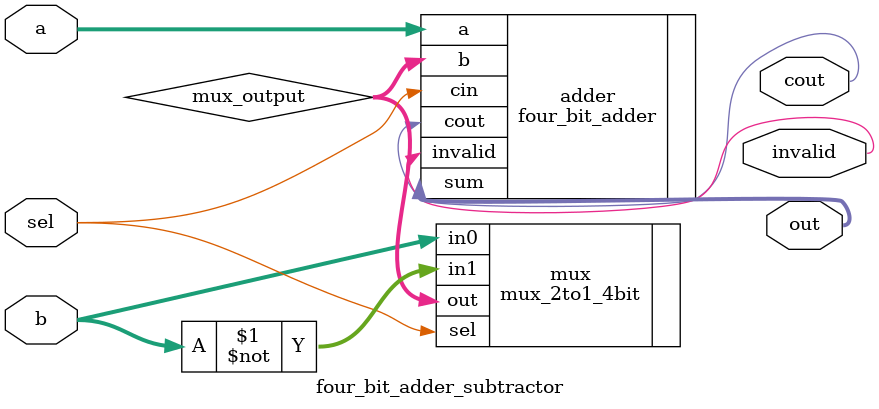
<source format=v>
`timescale 1ns / 1ps


module four_bit_adder_subtractor(
    input [3:0] a,
    input [3:0] b,
    input sel,
    output [3:0] out,
    output cout,
    output invalid
);

wire [3:0] mux_output;
mux_2to1_4bit mux(.in0(b), .in1(~b), .sel(sel), .out(mux_output));
four_bit_adder adder(.a(a), .b(mux_output), .cin(sel), .sum(out), .cout(cout), .invalid(invalid));

endmodule

</source>
